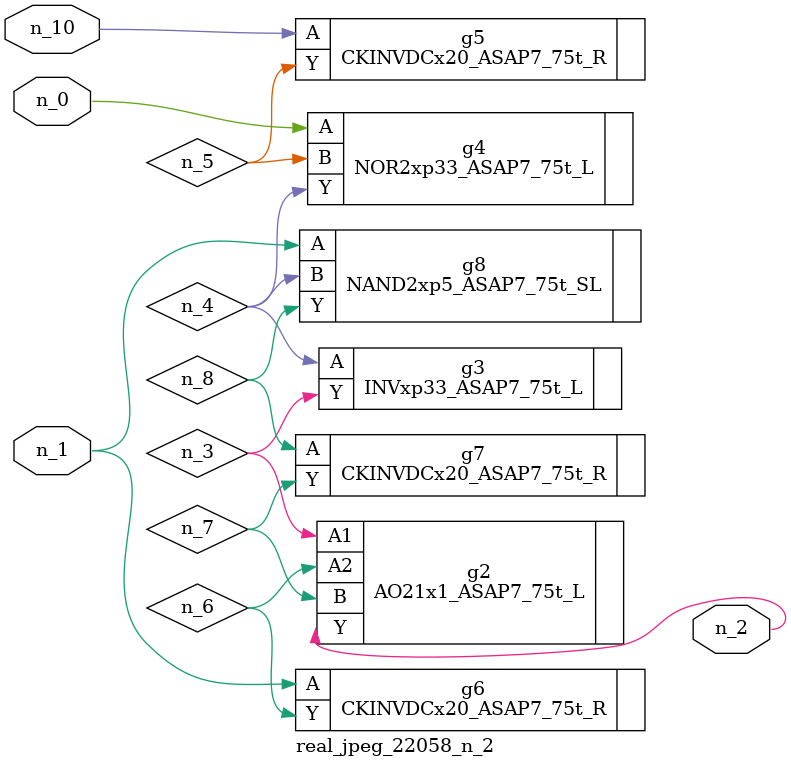
<source format=v>
module real_jpeg_22058_n_2 (n_1, n_10, n_0, n_2);

input n_1;
input n_10;
input n_0;

output n_2;

wire n_5;
wire n_4;
wire n_8;
wire n_6;
wire n_7;
wire n_3;

NOR2xp33_ASAP7_75t_L g4 ( 
.A(n_0),
.B(n_5),
.Y(n_4)
);

CKINVDCx20_ASAP7_75t_R g6 ( 
.A(n_1),
.Y(n_6)
);

NAND2xp5_ASAP7_75t_SL g8 ( 
.A(n_1),
.B(n_4),
.Y(n_8)
);

AO21x1_ASAP7_75t_L g2 ( 
.A1(n_3),
.A2(n_6),
.B(n_7),
.Y(n_2)
);

INVxp33_ASAP7_75t_L g3 ( 
.A(n_4),
.Y(n_3)
);

CKINVDCx20_ASAP7_75t_R g7 ( 
.A(n_8),
.Y(n_7)
);

CKINVDCx20_ASAP7_75t_R g5 ( 
.A(n_10),
.Y(n_5)
);


endmodule
</source>
